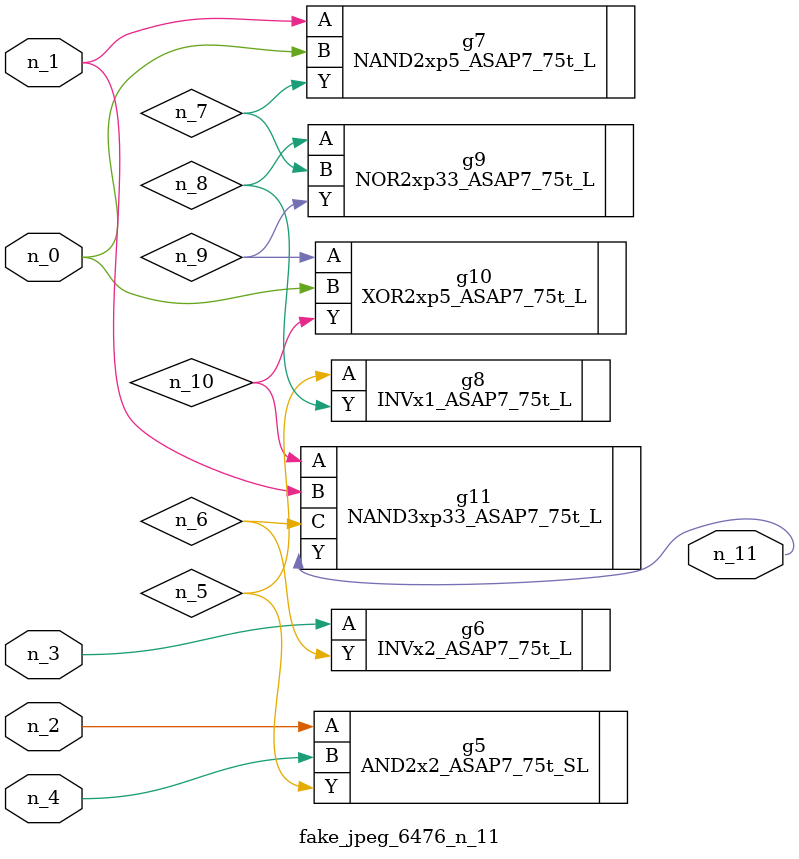
<source format=v>
module fake_jpeg_6476_n_11 (n_3, n_2, n_1, n_0, n_4, n_11);

input n_3;
input n_2;
input n_1;
input n_0;
input n_4;

output n_11;

wire n_10;
wire n_8;
wire n_9;
wire n_6;
wire n_5;
wire n_7;

AND2x2_ASAP7_75t_SL g5 ( 
.A(n_2),
.B(n_4),
.Y(n_5)
);

INVx2_ASAP7_75t_L g6 ( 
.A(n_3),
.Y(n_6)
);

NAND2xp5_ASAP7_75t_L g7 ( 
.A(n_1),
.B(n_0),
.Y(n_7)
);

INVx1_ASAP7_75t_L g8 ( 
.A(n_5),
.Y(n_8)
);

NOR2xp33_ASAP7_75t_L g9 ( 
.A(n_8),
.B(n_7),
.Y(n_9)
);

XOR2xp5_ASAP7_75t_L g10 ( 
.A(n_9),
.B(n_0),
.Y(n_10)
);

NAND3xp33_ASAP7_75t_L g11 ( 
.A(n_10),
.B(n_1),
.C(n_6),
.Y(n_11)
);


endmodule
</source>
